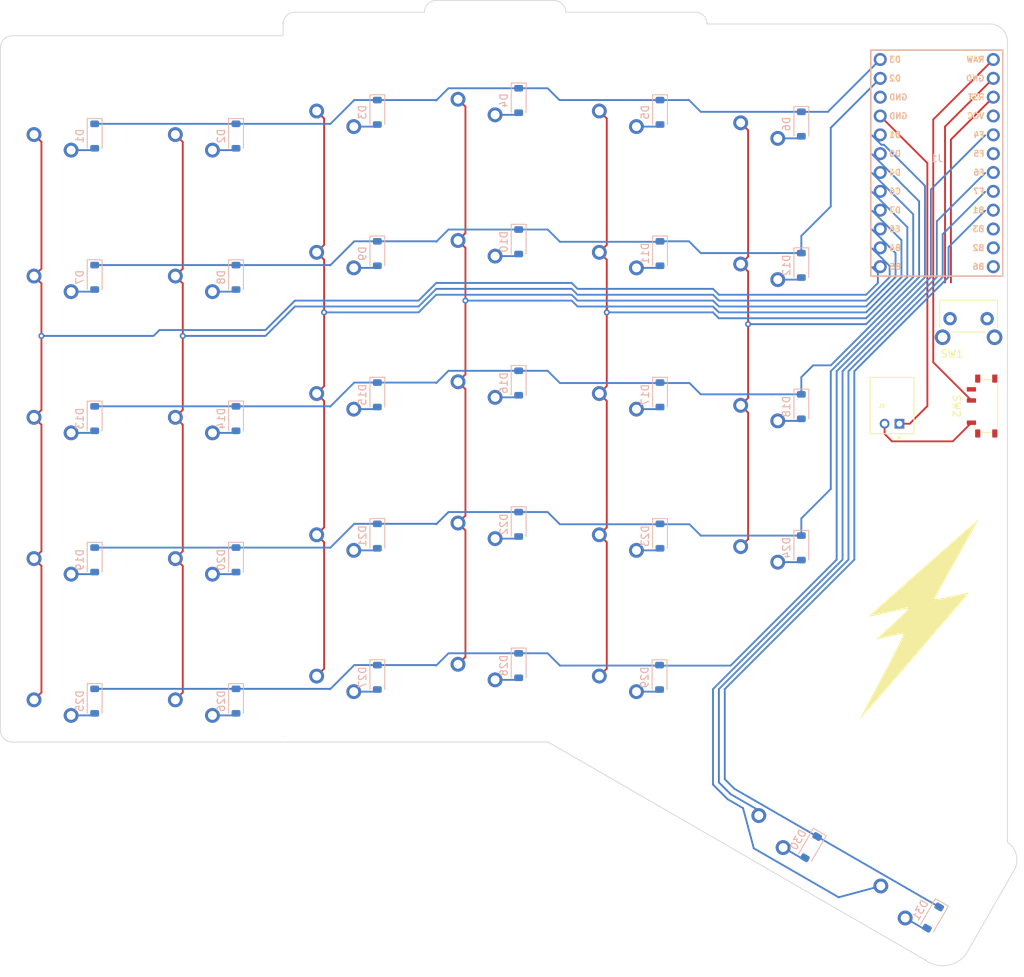
<source format=kicad_pcb>
(kicad_pcb (version 20221018) (generator pcbnew)
  (title_block (title "Leftie"))
  (layers (0 "F.Cu" signal) (31 "B.Cu" signal) (34 "B.Paste" user) (35 "F.Paste" user) (36 "B.SilkS" user "B.Silkscreen") (37 "F.SilkS" user "F.Silkscreen") (38 "B.Mask" user) (39 "F.Mask" user) (44 "Edge.Cuts" user))
  (net 0 "")
  (net 1 "Net-(D30-A)")
  (net 2 "Net-(D31-A)")
  (net 3 "Net-(D1-A)")
  (net 4 "Net-(D2-A)")
  (net 5 "Net-(D3-A)")
  (net 6 "Net-(D4-A)")
  (net 7 "Net-(D5-A)")
  (net 8 "Net-(D6-A)")
  (net 9 "Net-(D7-A)")
  (net 10 "Net-(D8-A)")
  (net 11 "Net-(D9-A)")
  (net 12 "Net-(D10-A)")
  (net 13 "Net-(D11-A)")
  (net 14 "Net-(D12-A)")
  (net 15 "Net-(D13-A)")
  (net 16 "Net-(D14-A)")
  (net 17 "Net-(D15-A)")
  (net 18 "Net-(D16-A)")
  (net 19 "Net-(D17-A)")
  (net 20 "Net-(D18-A)")
  (net 21 "Net-(D19-A)")
  (net 22 "Net-(D20-A)")
  (net 23 "Net-(D21-A)")
  (net 24 "Net-(D22-A)")
  (net 25 "Net-(D23-A)")
  (net 26 "Net-(D24-A)")
  (net 27 "Net-(D25-A)")
  (net 28 "Net-(D26-A)")
  (net 29 "Net-(D27-A)")
  (net 30 "Net-(D28-A)")
  (net 31 "Net-(D29-A)")
  (net 33 "Raw")
  (net 34 "Ground")
  (net 35 "Reset")
  (net 38 "Col0")
  (net 39 "Col1")
  (net 40 "Col2")
  (net 41 "Col3")
  (net 42 "Col4")
  (net 43 "Col5")
  (net 44 "Col6")
  (net 45 "Col7")
  (net 46 "Row0")
  (net 47 "Row1")
  (net 48 "Row2")
  (net 49 "Row3")
  (net 50 "Row4")
  (net 51 "Row5")
  (net 52 "Ground2")
  (net 56 "Net-(SW2-A)")
  (footprint "marbastlib-choc:SW_choc_v1_1u" (layer "F.Cu") (at 90.0125 74.22875)
    (fp_text reference "CH14" hide)
    (fp_text value "choc_SW_solder" hide)
  )
  (footprint "marbastlib-choc:SW_choc_v1_1u" (layer "F.Cu") (at 90.0125 93.27875)
    (fp_text reference "CH20" hide)
    (fp_text value "choc_SW_solder" hide)
  )
  (footprint "marbastlib-choc:SW_choc_v1_1u" (layer "F.Cu") (at 128.1125 107.535)
    (fp_text reference "CH28" hide)
    (fp_text value "choc_SW_solder" hide)
  )
  (footprint "marbastlib-choc:SW_choc_v1_1u" (layer "F.Cu") (at 109.0625 109.1225)
    (fp_text reference "CH27" hide)
    (fp_text value "choc_SW_solder" hide)
  )
  (footprint "marbastlib-choc:SW_choc_v1_1u" (layer "F.Cu") (at 147.1625 71.0225)
    (fp_text reference "CH17" hide)
    (fp_text value "choc_SW_solder" hide)
  )
  (footprint "marbastlib-choc:SW_choc_v1_1u" (layer "F.Cu") (at 128.1125 50.385)
    (fp_text reference "CH10" hide)
    (fp_text value "choc_SW_solder" hide)
  )
  (footprint "marbastlib-choc:SW_choc_v1_1u" (layer "F.Cu") (at 147.1625 51.9725)
    (fp_text reference "CH11" hide)
    (fp_text value "choc_SW_solder" hide)
  )
  (footprint "marbastlib-choc:SW_choc_v1_1u" (layer "F.Cu") (at 147.1625 32.9225)
    (fp_text reference "CH5" hide)
    (fp_text value "choc_SW_solder" hide)
  )
  (footprint "marbastlib-choc:SW_choc_v1_1u" (layer "F.Cu") (at 147.1625 109.1225)
    (fp_text reference "CH29" hide)
    (fp_text value "choc_SW_solder" hide)
  )
  (footprint "marbastlib-choc:SW_choc_v1_1u" (layer "F.Cu") (at 109.0625 71.0225)
    (fp_text reference "CH15" hide)
    (fp_text value "choc_SW_solder" hide)
  )
  (footprint "footprints:black-bolt" (layer "F.Cu") (at 185.2625 105.15375)
    (fp_text reference "G***" hide)
    (fp_text value "LOGO" hide)
  )
  (footprint "marbastlib-choc:SW_choc_v1_1u" (layer "F.Cu") (at 70.9625 74.22875)
    (fp_text reference "CH13" hide)
    (fp_text value "choc_SW_solder" hide)
  )
  (footprint "marbastlib-choc:SW_choc_v1_1u" (layer "F.Cu") (at 109.0625 32.9225)
    (fp_text reference "CH3" hide)
    (fp_text value "choc_SW_solder" hide)
  )
  (footprint "marbastlib-choc:SW_choc_v1_1u" (layer "F.Cu") (at 128.1125 69.435)
    (fp_text reference "CH16" hide)
    (fp_text value "choc_SW_solder" hide)
  )
  (footprint "marbastlib-choc:SW_choc_v1_1u" (layer "F.Cu") (at 109.0625 90.0725)
    (fp_text reference "CH21" hide)
    (fp_text value "choc_SW_solder" hide)
  )
  (footprint "S2B-PH-K-S_LF__SN_:JST_S2B-PH-K-S(LF)(SN)" (layer "F.Cu") (at 181.6125 78.88875 180)
    (fp_text reference "J2")
    (fp_text value "S2B-PH-K-S(LF)(SN)")
  )
  (footprint "marbastlib-choc:SW_choc_v1_1u" (layer "F.Cu") (at 90.0125 36.0975)
    (fp_text reference "CH2" hide)
    (fp_text value "choc_SW_solder" hide)
  )
  (footprint "marbastlib-choc:SW_choc_v1_1u" (layer "F.Cu") (at 70.9625 93.27875)
    (fp_text reference "CH19" hide)
    (fp_text value "choc_SW_solder" hide)
  )
  (footprint "marbastlib-choc:SW_choc_v1_1u" (layer "F.Cu") (at 70.9625 55.17875)
    (fp_text reference "CH7" hide)
    (fp_text value "choc_SW_solder" hide)
  )
  (footprint "marbastlib-choc:SW_choc_v1_1u" (layer "F.Cu") (at 128.1125 31.335)
    (fp_text reference "CH4" hide)
    (fp_text value "choc_SW_solder" hide)
  )
  (footprint "marbastlib-choc:SW_choc_v1_1u" (layer "F.Cu") (at 166.2125 91.66)
    (fp_text reference "CH24" hide)
    (fp_text value "choc_SW_solder" hide)
  )
  (footprint "marbastlib-choc:SW_choc_v1_1u" (layer "F.Cu") (at 169.883914 130.942783 -30)
    (fp_text reference "CH30" hide)
    (fp_text value "choc_SW_solder" hide)
  )
  (footprint "marbastlib-choc:SW_choc_v1_1u" (layer "F.Cu") (at 166.2125 53.56)
    (fp_text reference "CH12" hide)
    (fp_text value "choc_SW_solder" hide)
  )
  (footprint "marbastlib-choc:SW_choc_v1_1u" (layer "F.Cu") (at 166.2125 72.61)
    (fp_text reference "CH18" hide)
    (fp_text value "choc_SW_solder" hide)
  )
  (footprint "marbastlib-various:SW_SKHLLCA010" (layer "F.Cu") (at 191.93125 65.98125)
    (fp_text reference "SW1")
    (fp_text value "SW_Push")
  )
  (footprint "marbastlib-choc:SW_choc_v1_1u" (layer "F.Cu") (at 186.332984 140.439656 -30)
    (fp_text reference "CH31" hide)
    (fp_text value "choc_SW_solder" hide)
  )
  (footprint "marbastlib-choc:SW_choc_v1_1u" (layer "F.Cu") (at 70.9625 36.0975)
    (fp_text reference "CH1" hide)
    (fp_text value "choc_SW_solder" hide)
  )
  (footprint "marbastlib-choc:SW_choc_v1_1u" (layer "F.Cu") (at 128.1125 88.485)
    (fp_text reference "CH22" hide)
    (fp_text value "choc_SW_solder" hide)
  )
  (footprint "marbastlib-choc:SW_choc_v1_1u" (layer "F.Cu") (at 166.2125 34.51)
    (fp_text reference "CH6" hide)
    (fp_text value "choc_SW_solder" hide)
  )
  (footprint "marbastlib-choc:SW_choc_v1_1u" (layer "F.Cu") (at 90.0125 112.32875)
    (fp_text reference "CH26" hide)
    (fp_text value "choc_SW_solder" hide)
  )
  (footprint "marbastlib-choc:SW_choc_v1_1u" (layer "F.Cu") (at 109.0625 51.9725)
    (fp_text reference "CH9" hide)
    (fp_text value "choc_SW_solder" hide)
  )
  (footprint "marbastlib-choc:SW_choc_v1_1u" (layer "F.Cu") (at 90.0125 55.17875)
    (fp_text reference "CH8" hide)
    (fp_text value "choc_SW_solder" hide)
  )
  (footprint "marbastlib-choc:SW_choc_v1_1u" (layer "F.Cu") (at 70.9625 112.32875)
    (fp_text reference "CH25" hide)
    (fp_text value "choc_SW_solder" hide)
  )
  (footprint "marbastlib-choc:SW_choc_v1_1u" (layer "F.Cu") (at 147.1625 90.0725)
    (fp_text reference "CH23" hide)
    (fp_text value "choc_SW_solder" hide)
  )
  (footprint "marbastlib-various:SW_MSK12C02-HB" (layer "F.Cu") (at 194.3125 76.5075 -90)
    (fp_text reference "SW2")
    (fp_text value "SW_SPST")
  )
  (footprint "marbastlib-various:ProMicro" (layer "B.Cu") (at 187.64375 43.74375 180)
    (fp_text reference "J1")
    (fp_text value "Conn_02x12_Top_Bottom")
  )
  (footprint "Diode_SMD:D_SOD-123" (layer "B.Cu") (at 131.2875 54.35375 -90)
    (fp_text reference "D10")
    (fp_text value "D_Small")
  )
  (footprint "Diode_SMD:D_SOD-123" (layer "B.Cu") (at 131.2875 73.40375 -90)
    (fp_text reference "D16")
    (fp_text value "D_Small")
  )
  (footprint "Diode_SMD:D_SOD-123" (layer "B.Cu") (at 150.3375 74.99125 -90)
    (fp_text reference "D17")
    (fp_text value "D_Small")
  )
  (footprint "Diode_SMD:D_SOD-123" (layer "B.Cu") (at 169.3875 95.62875 -90)
    (fp_text reference "D24")
    (fp_text value "D_Small")
  )
  (footprint "Diode_SMD:D_SOD-123" (layer "B.Cu") (at 112.2375 36.89125 -90)
    (fp_text reference "D3")
    (fp_text value "D_Small")
  )
  (footprint "Diode_SMD:D_SOD-123" (layer "B.Cu") (at 150.3375 36.89125 -90)
    (fp_text reference "D5")
    (fp_text value "D_Small")
  )
  (footprint "Diode_SMD:D_SOD-123" (layer "B.Cu") (at 74.1375 59.1475 -90)
    (fp_text reference "D7")
    (fp_text value "D_Small")
  )
  (footprint "Diode_SMD:D_SOD-123" (layer "B.Cu") (at 93.1875 59.1475 -90)
    (fp_text reference "D8")
    (fp_text value "D_Small")
  )
  (footprint "Diode_SMD:D_SOD-123" (layer "B.Cu") (at 112.2375 113.09125 -90)
    (fp_text reference "D27")
    (fp_text value "D_Small")
  )
  (footprint "Diode_SMD:D_SOD-123" (layer "B.Cu") (at 93.1875 116.2975 -90)
    (fp_text reference "D26")
    (fp_text value "D_Small")
  )
  (footprint "Diode_SMD:D_SOD-123" (layer "B.Cu") (at 112.2375 55.94125 -90)
    (fp_text reference "D9")
    (fp_text value "D_Small")
  )
  (footprint "Diode_SMD:D_SOD-123" (layer "B.Cu") (at 131.2875 92.45375 -90)
    (fp_text reference "D22")
    (fp_text value "D_Small")
  )
  (footprint "Diode_SMD:D_SOD-123" (layer "B.Cu") (at 93.1875 78.1975 -90)
    (fp_text reference "D14")
    (fp_text value "D_Small")
  )
  (footprint "Diode_SMD:D_SOD-123" (layer "B.Cu") (at 169.3875 38.47875 -90)
    (fp_text reference "D6")
    (fp_text value "D_Small")
  )
  (footprint "Diode_SMD:D_SOD-123" (layer "B.Cu") (at 112.2375 94.04125 -90)
    (fp_text reference "D21")
    (fp_text value "D_Small")
  )
  (footprint "Diode_SMD:D_SOD-123" (layer "B.Cu") (at 131.2875 111.50375 -90)
    (fp_text reference "D28")
    (fp_text value "D_Small")
  )
  (footprint "Diode_SMD:D_SOD-123" (layer "B.Cu") (at 150.3375 94.04125 -90)
    (fp_text reference "D23")
    (fp_text value "D_Small")
  )
  (footprint "Diode_SMD:D_SOD-123" (layer "B.Cu") (at 170.697882 135.995445 -120)
    (fp_text reference "D30")
    (fp_text value "D_Small")
  )
  (footprint "Diode_SMD:D_SOD-123" (layer "B.Cu") (at 112.2375 74.99125 -90)
    (fp_text reference "D15")
    (fp_text value "D_Small")
  )
  (footprint "Diode_SMD:D_SOD-123" (layer "B.Cu") (at 150.275 113.09125 -90)
    (fp_text reference "D29")
    (fp_text value "D_Small")
  )
  (footprint "Diode_SMD:D_SOD-123" (layer "B.Cu") (at 187.146955 145.49232 -120)
    (fp_text reference "D31")
    (fp_text value "D_Small")
  )
  (footprint "Diode_SMD:D_SOD-123" (layer "B.Cu") (at 74.1375 116.2975 -90)
    (fp_text reference "D25")
    (fp_text value "D_Small")
  )
  (footprint "Diode_SMD:D_SOD-123" (layer "B.Cu") (at 93.1875 97.2475 -90)
    (fp_text reference "D20")
    (fp_text value "D_Small")
  )
  (footprint "Diode_SMD:D_SOD-123" (layer "B.Cu") (at 74.1375 40.0975 -90)
    (fp_text reference "D1")
    (fp_text value "D_Small")
  )
  (footprint "Diode_SMD:D_SOD-123" (layer "B.Cu") (at 169.3875 57.52875 -90)
    (fp_text reference "D12")
    (fp_text value "D_Small")
  )
  (footprint "Diode_SMD:D_SOD-123" (layer "B.Cu") (at 93.1875 40.0975 -90)
    (fp_text reference "D2")
    (fp_text value "D_Small")
  )
  (footprint "Diode_SMD:D_SOD-123" (layer "B.Cu") (at 150.3375 55.94125 -90)
    (fp_text reference "D11")
    (fp_text value "D_Small")
  )
  (footprint "Diode_SMD:D_SOD-123" (layer "B.Cu") (at 131.2875 35.30375 -90)
    (fp_text reference "D4")
    (fp_text value "D_Small")
  )
  (footprint "Diode_SMD:D_SOD-123" (layer "B.Cu") (at 74.1375 78.1975 -90)
    (fp_text reference "D13")
    (fp_text value "D_Small")
  )
  (footprint "Diode_SMD:D_SOD-123" (layer "B.Cu") (at 74.1375 97.2475 -90)
    (fp_text reference "D19")
    (fp_text value "D_Small")
  )
  (footprint "Diode_SMD:D_SOD-123" (layer "B.Cu") (at 169.3875 76.57875 -90)
    (fp_text reference "D18")
    (fp_text value "D_Small")
  )
  (gr_arc (start 155.1 23.3975) (mid 156.222532 23.862468) (end 156.6875 24.985) (stroke (width 0.1)) (layer "Edge.Cuts"))
  (gr_arc (start 136.05 21.81) (mid 137.172532 22.274968) (end 137.6375 23.3975) (stroke (width 0.1)) (layer "Edge.Cuts"))
  (gr_line (start 137.6375 23.3975) (end 155.1 23.3975) (stroke (width 0.1)) (layer "Edge.Cuts"))
  (gr_arc (start 118.5875 23.3975) (mid 119.052468 22.274968) (end 120.175 21.81) (stroke (width 0.1)) (layer "Edge.Cuts"))
  (gr_line (start 99.5375 121.02875) (end 99.5375 121.02875) (stroke (width 0.1)) (layer "Edge.Cuts"))
  (gr_line (start 118.5875 23.3975) (end 101.125 23.3975) (stroke (width 0.1)) (layer "Edge.Cuts"))
  (gr_line (start 61.4375 28.16) (end 61.4375 120.26625) (stroke (width 0.1)) (layer "Edge.Cuts"))
  (gr_line (start 194.7875 24.985) (end 156.6875 24.985) (stroke (width 0.1)) (layer "Edge.Cuts"))
  (gr_line (start 197.16875 27.36625) (end 197.16875 135.31625) (stroke (width 0.1)) (layer "Edge.Cuts"))
  (gr_line (start 135.25625 121.8225) (end 63.025 121.822807) (stroke (width 0.1)) (layer "Edge.Cuts"))
  (gr_arc (start 194.7875 24.985) (mid 196.471298 25.682452) (end 197.16875 27.36625) (stroke (width 0.1)) (layer "Edge.Cuts"))
  (gr_line (start 99.5375 26.5725) (end 63.025 26.5725) (stroke (width 0.1)) (layer "Edge.Cuts"))
  (gr_arc (start 197.16875 135.31625) (mid 198.38758 137.136234) (end 197.9625 139.285) (stroke (width 0.1)) (layer "Edge.Cuts"))
  (gr_line (start 99.5375 24.64125) (end 99.5375 26.5725) (stroke (width 0.1)) (layer "Edge.Cuts"))
  (gr_line (start 136.05 21.81) (end 120.175 21.81) (stroke (width 0.1)) (layer "Edge.Cuts"))
  (gr_arc (start 99.5375 24.985) (mid 100.002468 23.862468) (end 101.125 23.3975) (stroke (width 0.1)) (layer "Edge.Cuts"))
  (gr_arc (start 191.6125 150.3975) (mid 188.998766 151.945112) (end 186.05625 151.19125) (stroke (width 0.1)) (layer "Edge.Cuts"))
  (gr_arc (start 61.4375 28.16) (mid 61.902468 27.037468) (end 63.025 26.5725) (stroke (width 0.1)) (layer "Edge.Cuts"))
  (gr_arc (start 63.025 121.822807) (mid 61.913354 121.368744) (end 61.437501 120.26625) (stroke (width 0.1)) (layer "Edge.Cuts"))
  (gr_line (start 191.6125 150.3975) (end 197.9625 139.285) (stroke (width 0.1)) (layer "Edge.Cuts"))
  (gr_line (start 186.05625 151.19125) (end 135.25625 121.8225) (stroke (width 0.1)) (layer "Edge.Cuts"))
  (segment (start 166.933915 136.052332) (end 169.488687 137.527331) (width 0.25) (layer "B.Cu") (net 1))
  (segment (start 169.488687 137.527331) (end 169.872883 137.424386) (width 0.25) (layer "B.Cu") (net 1))
  (segment (start 183.382984 145.549206) (end 185.93776 147.024207) (width 0.25) (layer "B.Cu") (net 2))
  (segment (start 185.93776 147.024207) (end 186.321954 146.921262) (width 0.25) (layer "B.Cu") (net 2))
  (segment (start 70.9625 41.9975) (end 73.8875 41.9975) (width 0.25) (layer "B.Cu") (net 3))
  (segment (start 73.8875 41.9975) (end 74.1375 41.7475) (width 0.25) (layer "B.Cu") (net 3))
  (segment (start 90.0125 41.9975) (end 92.9375 41.9975) (width 0.25) (layer "B.Cu") (net 4))
  (segment (start 92.9375 41.9975) (end 93.1875 41.7475) (width 0.25) (layer "B.Cu") (net 4))
  (segment (start 109.0625 38.8225) (end 111.95625 38.8225) (width 0.25) (layer "B.Cu") (net 5))
  (segment (start 111.95625 38.8225) (end 112.2375 38.54125) (width 0.25) (layer "B.Cu") (net 5))
  (segment (start 131.00625 37.235) (end 131.2875 36.95375) (width 0.25) (layer "B.Cu") (net 6))
  (segment (start 128.1125 37.235) (end 131.00625 37.235) (width 0.25) (layer "B.Cu") (net 6))
  (segment (start 150.05625 38.8225) (end 150.3375 38.54125) (width 0.25) (layer "B.Cu") (net 7))
  (segment (start 147.1625 38.8225) (end 150.05625 38.8225) (width 0.25) (layer "B.Cu") (net 7))
  (segment (start 169.10625 40.41) (end 169.3875 40.12875) (width 0.25) (layer "B.Cu") (net 8))
  (segment (start 166.2125 40.41) (end 169.10625 40.41) (width 0.25) (layer "B.Cu") (net 8))
  (segment (start 70.9625 61.07875) (end 73.85625 61.07875) (width 0.25) (layer "B.Cu") (net 9))
  (segment (start 73.85625 61.07875) (end 74.1375 60.7975) (width 0.25) (layer "B.Cu") (net 9))
  (segment (start 92.90625 61.07875) (end 93.1875 60.7975) (width 0.25) (layer "B.Cu") (net 10))
  (segment (start 90.0125 61.07875) (end 92.90625 61.07875) (width 0.25) (layer "B.Cu") (net 10))
  (segment (start 109.0625 57.8725) (end 111.95625 57.8725) (width 0.25) (layer "B.Cu") (net 11))
  (segment (start 111.95625 57.8725) (end 112.2375 57.59125) (width 0.25) (layer "B.Cu") (net 11))
  (segment (start 131.00625 56.285) (end 131.2875 56.00375) (width 0.25) (layer "B.Cu") (net 12))
  (segment (start 128.1125 56.285) (end 131.00625 56.285) (width 0.25) (layer "B.Cu") (net 12))
  (segment (start 147.1625 57.8725) (end 150.05625 57.8725) (width 0.25) (layer "B.Cu") (net 13))
  (segment (start 150.05625 57.8725) (end 150.3375 57.59125) (width 0.25) (layer "B.Cu") (net 13))
  (segment (start 169.10625 59.46) (end 169.3875 59.17875) (width 0.25) (layer "B.Cu") (net 14))
  (segment (start 166.2125 59.46) (end 169.10625 59.46) (width 0.25) (layer "B.Cu") (net 14))
  (segment (start 73.85625 80.12875) (end 74.1375 79.8475) (width 0.25) (layer "B.Cu") (net 15))
  (segment (start 70.9625 80.12875) (end 73.85625 80.12875) (width 0.25) (layer "B.Cu") (net 15))
  (segment (start 92.90625 80.12875) (end 93.1875 79.8475) (width 0.25) (layer "B.Cu") (net 16))
  (segment (start 90.0125 80.12875) (end 92.90625 80.12875) (width 0.25) (layer "B.Cu") (net 16))
  (segment (start 109.0625 76.9225) (end 111.95625 76.9225) (width 0.25) (layer "B.Cu") (net 17))
  (segment (start 111.95625 76.9225) (end 112.2375 76.64125) (width 0.25) (layer "B.Cu") (net 17))
  (segment (start 131.00625 75.335) (end 131.2875 75.05375) (width 0.25) (layer "B.Cu") (net 18))
  (segment (start 128.1125 75.335) (end 131.00625 75.335) (width 0.25) (layer "B.Cu") (net 18))
  (segment (start 147.1625 76.9225) (end 150.05625 76.9225) (width 0.25) (layer "B.Cu") (net 19))
  (segment (start 150.05625 76.9225) (end 150.3375 76.64125) (width 0.25) (layer "B.Cu") (net 19))
  (segment (start 166.2125 78.51) (end 169.10625 78.51) (width 0.25) (layer "B.Cu") (net 20))
  (segment (start 169.10625 78.51) (end 169.3875 78.22875) (width 0.25) (layer "B.Cu") (net 20))
  (segment (start 73.85625 99.17875) (end 74.1375 98.8975) (width 0.25) (layer "B.Cu") (net 21))
  (segment (start 70.9625 99.17875) (end 73.85625 99.17875) (width 0.25) (layer "B.Cu") (net 21))
  (segment (start 92.90625 99.17875) (end 93.1875 98.8975) (width 0.25) (layer "B.Cu") (net 22))
  (segment (start 90.0125 99.17875) (end 92.90625 99.17875) (width 0.25) (layer "B.Cu") (net 22))
  (segment (start 111.95625 95.9725) (end 112.2375 95.69125) (width 0.25) (layer "B.Cu") (net 23))
  (segment (start 109.0625 95.9725) (end 111.95625 95.9725) (width 0.25) (layer "B.Cu") (net 23))
  (segment (start 131.00625 94.385) (end 131.2875 94.10375) (width 0.25) (layer "B.Cu") (net 24))
  (segment (start 128.1125 94.385) (end 131.00625 94.385) (width 0.25) (layer "B.Cu") (net 24))
  (segment (start 150.05625 95.9725) (end 150.3375 95.69125) (width 0.25) (layer "B.Cu") (net 25))
  (segment (start 147.1625 95.9725) (end 150.05625 95.9725) (width 0.25) (layer "B.Cu") (net 25))
  (segment (start 169.10625 97.56) (end 169.3875 97.27875) (width 0.25) (layer "B.Cu") (net 26))
  (segment (start 166.2125 97.56) (end 169.10625 97.56) (width 0.25) (layer "B.Cu") (net 26))
  (segment (start 73.85625 118.22875) (end 74.1375 117.9475) (width 0.25) (layer "B.Cu") (net 27))
  (segment (start 70.9625 118.22875) (end 73.85625 118.22875) (width 0.25) (layer "B.Cu") (net 27))
  (segment (start 92.90625 118.22875) (end 93.1875 117.9475) (width 0.25) (layer "B.Cu") (net 28))
  (segment (start 90.0125 118.22875) (end 92.90625 118.22875) (width 0.25) (layer "B.Cu") (net 28))
  (segment (start 111.95625 115.0225) (end 112.2375 114.74125) (width 0.25) (layer "B.Cu") (net 29))
  (segment (start 109.0625 115.0225) (end 111.95625 115.0225) (width 0.25) (layer "B.Cu") (net 29))
  (segment (start 128.1125 113.435) (end 131.00625 113.435) (width 0.25) (layer "B.Cu") (net 30))
  (segment (start 131.00625 113.435) (end 131.2875 113.15375) (width 0.25) (layer "B.Cu") (net 30))
  (segment (start 147.1625 115.0225) (end 149.99375 115.0225) (width 0.25) (layer "B.Cu") (net 31))
  (segment (start 149.99375 115.0225) (end 150.275 114.74125) (width 0.25) (layer "B.Cu") (net 31))
  (segment (start 187.16875 70.61375) (end 192.3125 75.7575) (width 0.25) (layer "F.Cu") (net 33))
  (segment (start 195.26375 29.77375) (end 187.16875 37.86875) (width 0.25) (layer "F.Cu") (net 33))
  (segment (start 187.16875 37.86875) (end 187.16875 70.61375) (width 0.25) (layer "F.Cu") (net 33))
  (segment (start 186.375 76.5075) (end 186.375 43.745) (width 0.25) (layer "F.Cu") (net 34))
  (segment (start 182.6125 78.88875) (end 183.99375 78.88875) (width 0.25) (layer "F.Cu") (net 34))
  (segment (start 186.375 43.745) (end 180.02375 37.39375) (width 0.25) (layer "F.Cu") (net 34))
  (segment (start 183.99375 78.88875) (end 186.375 76.5075) (width 0.25) (layer "F.Cu") (net 34))
  (segment (start 189.55 40.5675) (end 189.55 41.5825) (width 0.25) (layer "F.Cu") (net 35))
  (segment (start 195.26375 34.85375) (end 189.55 40.5675) (width 0.25) (layer "F.Cu") (net 35))
  (segment (start 189.55 41.5825) (end 189.55 59.83875) (width 0.25) (layer "F.Cu") (net 35))
  (segment (start 65.9625 78.02875) (end 66.9625 79.02875) (width 0.25) (layer "F.Cu") (net 38))
  (segment (start 66.9625 67.05375) (end 66.9625 77.02875) (width 0.25) (layer "F.Cu") (net 38))
  (segment (start 66.9625 79.02875) (end 66.9625 96.07875) (width 0.25) (layer "F.Cu") (net 38))
  (segment (start 66.9625 98.07875) (end 66.9625 115.12875) (width 0.25) (layer "F.Cu") (net 38))
  (segment (start 65.9625 97.07875) (end 66.9625 98.07875) (width 0.25) (layer "F.Cu") (net 38))
  (segment (start 65.9625 58.97875) (end 66.9625 59.97875) (width 0.25) (layer "F.Cu") (net 38))
  (segment (start 66.9625 40.8975) (end 66.9625 57.97875) (width 0.25) (layer "F.Cu") (net 38))
  (segment (start 66.9625 115.12875) (end 65.9625 116.12875) (width 0.25) (layer "F.Cu") (net 38))
  (segment (start 65.9625 39.8975) (end 66.9625 40.8975) (width 0.25) (layer "F.Cu") (net 38))
  (segment (start 66.9625 96.07875) (end 65.9625 97.07875) (width 0.25) (layer "F.Cu") (net 38))
  (segment (start 66.9625 59.97875) (end 66.9625 67.05375) (width 0.25) (layer "F.Cu") (net 38))
  (segment (start 66.9625 57.97875) (end 65.9625 58.97875) (width 0.25) (layer "F.Cu") (net 38))
  (segment (start 66.9625 77.02875) (end 65.9625 78.02875) (width 0.25) (layer "F.Cu") (net 38))
  (via (at 66.9625 67.05375) (size 0.8) (drill 0.4) (layers "F.Cu" "B.Cu") (net 38))
  (segment (start 120.175 59.91) (end 117.79375 62.29125) (width 0.25) (layer "B.Cu") (net 38))
  (segment (start 101.125 62.29125) (end 97.15625 66.26) (width 0.25) (layer "B.Cu") (net 38))
  (segment (start 179.70625 59.91) (end 178.11875 61.4975) (width 0.25) (layer "B.Cu") (net 38))
  (segment (start 157.48125 60.70375) (end 139.225 60.70375) (width 0.25) (layer "B.Cu") (net 38))
  (segment (start 178.91125 57.785) (end 179.70625 58.58) (width 0.25) (layer "B.Cu") (net 38))
  (segment (start 139.225 60.70375) (end 138.43125 59.91) (width 0.25) (layer "B.Cu") (net 38))
  (segment (start 179.70625 58.58) (end 179.70625 59.91) (width 0.25) (layer "B.Cu") (net 38))
  (segment (start 178.11875 61.4975) (end 158.275 61.4975) (width 0.25) (layer "B.Cu") (net 38))
  (segment (start 138.43125 59.91) (end 120.175 59.91) (width 0.25) (layer "B.Cu") (net 38))
  (segment (start 97.15625 66.26) (end 82.86875 66.26) (width 0.25) (layer "B.Cu") (net 38))
  (segment (start 158.275 61.4975) (end 157.48125 60.70375) (width 0.25) (layer "B.Cu") (net 38))
  (segment (start 178.91125 57.785) (end 179.16875 57.785) (width 0.25) (layer "B.Cu") (net 38))
  (segment (start 117.79375 62.29125) (end 101.125 62.29125) (width 0.25) (layer "B.Cu") (net 38))
  (segment (start 82.075 67.05375) (end 66.9625 67.05375) (width 0.25) (layer "B.Cu") (net 38))
  (segment (start 82.86875 66.26) (end 82.075 67.05375) (width 0.25) (layer "B.Cu") (net 38))
  (segment (start 86.0125 40.8975) (end 86.0125 57.97875) (width 0.25) (layer "F.Cu") (net 39))
  (segment (start 85.0125 78.02875) (end 86.0125 79.02875) (width 0.25) (layer "F.Cu") (net 39))
  (segment (start 86.0125 57.97875) (end 85.0125 58.97875) (width 0.25) (layer "F.Cu") (net 39))
  (segment (start 86.0125 59.97875) (end 85.0125 58.97875) (width 0.25) (layer "F.Cu") (net 39))
  (segment (start 86.0125 96.07875) (end 85.0125 97.07875) (width 0.25) (layer "F.Cu") (net 39))
  (segment (start 86.0125 115.12875) (end 85.0125 116.12875) (width 0.25) (layer "F.Cu") (net 39))
  (segment (start 86.0125 77.02875) (end 86.0125 67.05375) (width 0.25) (layer "F.Cu") (net 39))
  (segment (start 86.0125 79.02875) (end 86.0125 96.07875) (width 0.25) (layer "F.Cu") (net 39))
  (segment (start 86.0125 67.05375) (end 86.0125 59.97875) (width 0.25) (layer "F.Cu") (net 39))
  (segment (start 85.0125 39.8975) (end 86.0125 40.8975) (width 0.25) (layer "F.Cu") (net 39))
  (segment (start 86.0125 98.07875) (end 86.0125 115.12875) (width 0.25) (layer "F.Cu") (net 39))
  (segment (start 85.0125 97.07875) (end 86.0125 98.07875) (width 0.25) (layer "F.Cu") (net 39))
  (segment (start 85.0125 78.02875) (end 86.0125 77.02875) (width 0.25) (layer "F.Cu") (net 39))
  (via (at 86.0125 67.05375) (size 0.8) (drill 0.4) (layers "F.Cu" "B.Cu") (net 39))
  (segment (start 178.91125 55.245) (end 181.29375 57.6275) (width 0.25) (layer "B.Cu") (net 39))
  (segment (start 139.225 61.4975) (end 138.43125 60.70375) (width 0.25) (layer "B.Cu") (net 39))
  (segment (start 181.29375 59.11625) (end 178.11875 62.29125) (width 0.25) (layer "B.Cu") (net 39))
  (segment (start 157.48125 61.4975) (end 139.225 61.4975) (width 0.25) (layer "B.Cu") (net 39))
  (segment (start 120.175 60.70375) (end 117.79375 63.085) (width 0.25) (layer "B.Cu") (net 39))
  (segment (start 97.15625 67.05375) (end 86.0125 67.05375) (width 0.25) (layer "B.Cu") (net 39))
  (segment (start 181.29375 57.6275) (end 181.29375 59.11625) (width 0.25) (layer "B.Cu") (net 39))
  (segment (start 158.275 62.29125) (end 157.48125 61.4975) (width 0.25) (layer "B.Cu") (net 39))
  (segment (start 117.79375 63.085) (end 101.125 63.085) (width 0.25) (layer "B.Cu") (net 39))
  (segment (start 178.11875 62.29125) (end 158.275 62.29125) (width 0.25) (layer "B.Cu") (net 39))
  (segment (start 101.125 63.085) (end 97.15625 67.05375) (width 0.25) (layer "B.Cu") (net 39))
  (segment (start 138.43125 60.70375) (end 120.175 60.70375) (width 0.25) (layer "B.Cu") (net 39))
  (segment (start 105.0625 111.9225) (end 104.0625 112.9225) (width 0.25) (layer "F.Cu") (net 40))
  (segment (start 105.0625 94.8725) (end 105.0625 111.9225) (width 0.25) (layer "F.Cu") (net 40))
  (segment (start 104.0625 74.8225) (end 105.0625 73.8225) (width 0.25) (layer "F.Cu") (net 40))
  (segment (start 104.0625 36.7225) (end 105.0625 37.7225) (width 0.25) (layer "F.Cu") (net 40))
  (segment (start 105.0625 63.87875) (end 105.0625 56.7725) (width 0.25) (layer "F.Cu") (net 40))
  (segment (start 105.0625 73.8225) (end 105.0625 63.87875) (width 0.25) (layer "F.Cu") (net 40))
  (segment (start 105.0625 37.7225) (end 105.0625 54.7725) (width 0.25) (layer "F.Cu") (net 40))
  (segment (start 105.0625 92.8725) (end 104.0625 93.8725) (width 0.25) (layer "F.Cu") (net 40))
  (segment (start 105.0625 56.7725) (end 104.0625 55.7725) (width 0.25) (layer "F.Cu") (net 40))
  (segment (start 105.0625 75.8225) (end 105.0625 92.8725) (width 0.25) (layer "F.Cu") (net 40))
  (segment (start 104.0625 93.8725) (end 105.0625 94.8725) (width 0.25) (layer "F.Cu") (net 40))
  (segment (start 104.0625 74.8225) (end 105.0625 75.8225) (width 0.25) (layer "F.Cu") (net 40))
  (segment (start 105.0625 54.7725) (end 104.0625 55.7725) (width 0.25) (layer "F.Cu") (net 40))
  (via (at 105.0625 63.87875) (size 0.8) (drill 0.4) (layers "F.Cu" "B.Cu") (net 40))
  (segment (start 182.0875 59.11625) (end 178.11875 63.085) (width 0.25) (layer "B.Cu") (net 40))
  (segment (start 178.11875 63.085) (end 158.275 63.085) (width 0.25) (layer "B.Cu") (net 40))
  (segment (start 138.43125 61.4975) (end 120.175 61.4975) (width 0.25) (layer "B.Cu") (net 40))
  (segment (start 182.0875 55.88125) (end 182.0875 59.11625) (width 0.25) (layer "B.Cu") (net 40))
  (segment (start 158.275 63.085) (end 157.48125 62.29125) (width 0.25) (layer "B.Cu") (net 40))
  (segment (start 120.175 61.4975) (end 117.79375 63.87875) (width 0.25) (layer "B.Cu") (net 40))
  (segment (start 178.91125 52.705) (end 182.0875 55.88125) (width 0.25) (layer "B.Cu") (net 40))
  (segment (start 117.79375 63.87875) (end 105.0625 63.87875) (width 0.25) (layer "B.Cu") (net 40))
  (segment (start 139.225 62.29125) (end 138.43125 61.4975) (width 0.25) (layer "B.Cu") (net 40))
  (segment (start 157.48125 62.29125) (end 139.225 62.29125) (width 0.25) (layer "B.Cu") (net 40))
  (segment (start 123.1125 92.285) (end 124.1125 91.285) (width 0.25) (layer "F.Cu") (net 41))
  (segment (start 123.1125 111.335) (end 124.1125 110.335) (width 0.25) (layer "F.Cu") (net 41))
  (segment (start 124.1125 93.285) (end 123.1125 92.285) (width 0.25) (layer "F.Cu") (net 41))
  (segment (start 124.1125 110.335) (end 124.1125 93.285) (width 0.25) (layer "F.Cu") (net 41))
  (segment (start 124.1125 72.235) (end 124.1125 62.29125) (width 0.25) (layer "F.Cu") (net 41))
  (segment (start 124.1125 53.185) (end 124.1125 36.135) (width 0.25) (layer "F.Cu") (net 41))
  (segment (start 123.1125 73.235) (end 124.1125 72.235) (width 0.25) (layer "F.Cu") (net 41))
  (segment (start 123.1125 54.185) (end 124.1125 53.185) (width 0.25) (layer "F.Cu") (net 41))
  (segment (start 124.1125 62.29125) (end 124.1125 55.185) (width 0.25) (layer "F.Cu") (net 41))
  (segment (start 124.1125 55.185) (end 123.1125 54.185) (width 0.25) (layer "F.Cu") (net 41))
  (segment (start 124.1125 91.285) (end 124.1125 74.235) (width 0.25) (layer "F.Cu") (net 41))
  (segment (start 124.1125 74.235) (end 123.1125 73.235) (width 0.25) (layer "F.Cu") (net 41))
  (segment (start 124.1125 36.135) (end 123.1125 35.135) (width 0.25) (layer "F.Cu") (net 41))
  (via (at 124.1125 62.29125) (size 0.8) (drill 0.4) (layers "F.Cu" "B.Cu") (net 41))
  (segment (start 158.275 63.87875) (end 157.48125 63.085) (width 0.25) (layer "B.Cu") (net 41))
  (segment (start 182.88125 54.135) (end 182.88125 59.11625) (width 0.25) (layer "B.Cu") (net 41))
  (segment (start 138.43125 62.29125) (end 124.1125 62.29125) (width 0.25) (layer "B.Cu") (net 41))
  (segment (start 139.225 63.085) (end 138.43125 62.29125) (width 0.25) (layer "B.Cu") (net 41))
  (segment (start 178.91125 50.165) (end 182.88125 54.135) (width 0.25) (layer "B.Cu") (net 41))
  (segment (start 182.88125 59.11625) (end 178.11875 63.87875) (width 0.25) (layer "B.Cu") (net 41))
  (segment (start 157.48125 63.085) (end 139.225 63.085) (width 0.25) (layer "B.Cu") (net 41))
  (segment (start 178.11875 63.87875) (end 158.275 63.87875) (width 0.25) (layer "B.Cu") (net 41))
  (segment (start 142.1625 74.8225) (end 143.1625 75.8225) (width 0.25) (layer "F.Cu") (net 42))
  (segment (start 143.1625 37.7225) (end 143.1625 54.7725) (width 0.25) (layer "F.Cu") (net 42))
  (segment (start 143.1625 94.8725) (end 142.1625 93.8725) (width 0.25) (layer "F.Cu") (net 42))
  (segment (start 143.1625 63.87875) (end 143.1625 56.7725) (width 0.25) (layer "F.Cu") (net 42))
  (segment (start 142.1625 112.9225) (end 143.1625 111.9225) (width 0.25) (layer "F.Cu") (net 42))
  (segment (start 143.1625 56.7725) (end 142.1625 55.7725) (width 0.25) (layer "F.Cu") (net 42))
  (segment (start 143.1625 63.46) (end 143.1625 63.8075) (width 0.25) (layer "F.Cu") (net 42))
  (segment (start 142.1625 36.7225) (end 143.1625 37.7225) (width 0.25) (layer "F.Cu") (net 42))
  (segment (start 143.1625 63.3975) (end 143.19375 63.42875) (width 0.25) (layer "F.Cu") (net 42))
  (segment (start 143.1625 75.8225) (end 143.1625 92.8725) (width 0.25) (layer "F.Cu") (net 42))
  (segment (start 142.1625 74.8225) (end 143.1625 73.8225) (width 0.25) (layer "F.Cu") (net 42))
  (segment (start 143.19375 63.42875) (end 143.1625 63.46) (width 0.25) (layer "F.Cu") (net 42))
  (segment (start 143.1625 92.8725) (end 142.1625 93.8725) (width 0.25) (layer "F.Cu") (net 42))
  (segment (start 143.1625 54.7725) (end 142.1625 55.7725) (width 0.25) (layer "F.Cu") (net 42))
  (segment (start 143.1625 111.9225) (end 143.1625 94.8725) (width 0.25) (layer "F.Cu") (net 42))
  (segment (start 143.1625 73.8225) (end 143.1625 63.87875) (width 0.25) (layer "F.Cu") (net 42))
  (via (at 143.1625 63.87875) (size 0.8) (drill 0.4) (layers "F.Cu" "B.Cu") (net 42))
  (segment (start 183.675 59.11625) (end 178.11875 64.6725) (width 0.25) (layer "B.Cu") (net 42))
  (segment (start 178.91125 47.625) (end 183.675 52.38875) (width 0.25) (layer "B.Cu") (net 42))
  (segment (start 157.48125 63.87875) (end 143.1625 63.87875) (width 0.25) (layer "B.Cu") (net 42))
  (segment (start 158.275 64.6725) (end 157.48125 63.87875) (width 0.25) (layer "B.Cu") (net 42))
  (segment (start 183.675 52.38875) (end 183.675 59.11625) (width 0.25) (layer "B.Cu") (net 42))
  (segment (start 178.11875 64.6725) (end 158.275 64.6725) (width 0.25) (layer "B.Cu") (net 42))
  (segment (start 162.2125 77.41) (end 162.2125 94.46) (width 0.25) (layer "F.Cu") (net 43))
  (segment (start 162.2125 65.46625) (end 162.2125 58.36) (width 0.25) (layer "F.Cu") (net 43))
  (segment (start 161.2125 76.41) (end 162.2125 77.41) (width 0.25) (layer "F.Cu") (net 43))
  (segment (start 162.2125 58.36) (end 161.2125 57.36) (width 0.25) (layer "F.Cu") (net 43))
  (segment (start 162.2125 39.31) (end 162.2125 56.36) (width 0.25) (layer "F.Cu") (net 43))
  (segment (start 162.2125 94.46) (end 161.2125 95.46) (width 0.25) (layer "F.Cu") (net 43))
  (segment (start 162.2125 56.36) (end 161.2125 57.36) (width 0.25) (layer "F.Cu") (net 43))
  (segment (start 161.2125 76.41) (end 162.2125 75.41) (width 0.25) (layer "F.Cu") (net 43))
  (segment (start 161.2125 38.31) (end 162.2125 39.31) (width 0.25) (layer "F.Cu") (net 43))
  (segment (start 162.2125 75.41) (end 162.2125 65.46625) (width 0.25) (layer "F.Cu") (net 43))
  (via (at 162.2125 65.46625) (size 0.8) (drill 0.4) (layers "F.Cu" "B.Cu") (net 43))
  (segment (start 178.91125 45.085) (end 184.46875 50.6425) (width 0.25) (layer "B.Cu") (net 43))
  (segment (start 184.46875 59.11625) (end 178.11875 65.46625) (width 0.25) (layer "B.Cu") (net 43))
  (segment (start 184.46875 50.6425) (end 184.46875 59.11625) (width 0.25) (layer "B.Cu") (net 43))
  (segment (start 178.11875 65.46625) (end 162.2125 65.46625) (width 0.25) (layer "B.Cu") (net 43))
  (segment (start 158.275 127.264772) (end 159.8625 128.852272) (width 0.25) (layer "B.Cu") (net 44))
  (segment (start 158.275 114.67875) (end 158.275 127.264772) (width 0.25) (layer "B.Cu") (net 44))
  (segment (start 194.15125 47.625) (end 188.4375 53.33875) (width 0.25) (layer "B.Cu") (net 44))
  (segment (start 175.7375 97.21625) (end 158.275 114.67875) (width 0.25) (layer "B.Cu") (net 44))
  (segment (start 159.8625 128.852272) (end 163.434272 130.914436) (width 0.25) (layer "B.Cu") (net 44))
  (segment (start 163.434272 130.914436) (end 163.653788 131.73368) (width 0.25) (layer "B.Cu") (net 44))
  (segment (start 188.4375 59.11625) (end 175.7375 71.81625) (width 0.25) (layer "B.Cu") (net 44))
  (segment (start 175.7375 71.81625) (end 175.7375 97.21625) (width 0.25) (layer "B.Cu") (net 44))
  (segment (start 188.4375 53.33875) (end 188.4375 59.11625) (width 0.25) (layer "B.Cu") (net 44))
  (segment (start 174.94375 71.81625) (end 174.94375 97.21625) (width 0.25) (layer "B.Cu") (net 45))
  (segment (start 161.527848 130.730305) (end 162.980511 136.151718) (width 0.25) (layer "B.Cu") (net 45))
  (segment (start 187.64375 51.5925) (end 187.64375 59.11625) (width 0.25) (layer "B.Cu") (net 45))
  (segment (start 174.94375 97.21625) (end 157.48125 114.67875) (width 0.25) (layer "B.Cu") (net 45))
  (segment (start 159.465625 129.539679) (end 161.527848 130.730305) (width 0.25) (layer "B.Cu") (net 45))
  (segment (start 174.416404 142.754234) (end 180.102857 141.230553) (width 0.25) (layer "B.Cu") (net 45))
  (segment (start 194.15125 45.085) (end 187.64375 51.5925) (width 0.25) (layer "B.Cu") (net 45))
  (segment (start 157.48125 114.67875) (end 157.48125 127.555304) (width 0.25) (layer "B.Cu") (net 45))
  (segment (start 162.980511 136.151718) (end 174.416404 142.754234) (width 0.25) (layer "B.Cu") (net 45))
  (segment (start 187.64375 59.11625) (end 174.94375 71.81625) (width 0.25) (layer "B.Cu") (net 45))
  (segment (start 157.48125 127.555304) (end 159.465625 129.539679) (width 0.25) (layer "B.Cu") (net 45))
  (segment (start 131.2875 33.65375) (end 135.19375 33.65375) (width 0.25) (layer "B.Cu") (net 46))
  (segment (start 135.19375 33.65375) (end 136.78125 35.24125) (width 0.25) (layer "B.Cu") (net 46))
  (segment (start 105.85625 38.4475) (end 105.8875 38.47875) (width 0.25) (layer "B.Cu") (net 46))
  (segment (start 93.1875 38.4475) (end 105.85625 38.4475) (width 0.25) (layer "B.Cu") (net 46))
  (segment (start 120.175 35.30375) (end 121.825 33.65375) (width 0.25) (layer "B.Cu") (net 46))
  (segment (start 112.2375 35.24125) (end 120.1125 35.24125) (width 0.25) (layer "B.Cu") (net 46))
  (segment (start 74.1375 38.4475) (end 93.1875 38.4475) (width 0.25) (layer "B.Cu") (net 46))
  (segment (start 105.8875 38.47875) (end 109.125 35.24125) (width 0.25) (layer "B.Cu") (net 46))
  (segment (start 169.3875 36.82875) (end 172.96875 36.82875) (width 0.25) (layer "B.Cu") (net 46))
  (segment (start 150.3375 35.24125) (end 154.24375 35.24125) (width 0.25) (layer "B.Cu") (net 46))
  (segment (start 155.83125 36.82875) (end 169.3875 36.82875) (width 0.25) (layer "B.Cu") (net 46))
  (segment (start 121.825 33.65375) (end 131.2875 33.65375) (width 0.25) (layer "B.Cu") (net 46))
  (segment (start 109.125 35.24125) (end 112.2375 35.24125) (width 0.25) (layer "B.Cu") (net 46))
  (segment (start 136.78125 35.24125) (end 150.3375 35.24125) (width 0.25) (layer "B.Cu") (net 46))
  (segment (start 154.24375 35.24125) (end 155.83125 36.82875) (width 0.25) (layer "B.Cu") (net 46))
  (segment (start 120.1125 35.24125) (end 120.175 35.30375) (width 0.25) (layer "B.Cu") (net 46))
  (segment (start 172.96875 36.82875) (end 180.02375 29.77375) (width 0.25) (layer "B.Cu") (net 46))
  (segment (start 121.825 52.70375) (end 131.2875 52.70375) (width 0.25) (layer "B.Cu") (net 47))
  (segment (start 155.83125 55.87875) (end 169.3875 55.87875) (width 0.25) (layer "B.Cu") (net 47))
  (segment (start 150.275 54.35375) (end 150.3375 54.29125) (width 0.25) (layer "B.Cu") (net 47))
  (segment (start 154.24375 54.29125) (end 155.83125 55.87875) (width 0.25) (layer "B.Cu") (net 47))
  (segment (start 173.35625 49.59125) (end 169.3875 53.56) (width 0.25) (layer "B.Cu") (net 47))
  (segment (start 112.2375 54.29125) (end 120.1125 54.29125) (width 0.25) (layer "B.Cu") (net 47))
  (segment (start 105.8875 57.52875) (end 109.125 54.29125) (width 0.25) (layer "B.Cu") (net 47))
  (segment (start 169.3875 53.56) (end 169.3875 55.87875) (width 0.25) (layer "B.Cu") (net 47))
  (segment (start 93.1875 57.4975) (end 105.85625 57.4975) (width 0.25) (layer "B.Cu") (net 47))
  (segment (start 150.3375 54.29125) (end 154.24375 54.29125) (width 0.25) (layer "B.Cu") (net 47))
  (segment (start 136.84375 54.35375) (end 150.275 54.35375) (width 0.25) (layer "B.Cu") (net 47))
  (segment (start 180.02375 32.31375) (end 173.35625 38.98125) (width 0.25) (layer "B.Cu") (net 47))
  (segment (start 135.19375 52.70375) (end 136.84375 54.35375) (width 0.25) (layer "B.Cu") (net 47))
  (segment (start 120.175 54.35375) (end 121.825 52.70375) (width 0.25) (layer "B.Cu") (net 47))
  (segment (start 74.1375 57.4975) (end 93.1875 57.4975) (width 0.25) (layer "B.Cu") (net 47))
  (segment (start 120.1125 54.29125) (end 120.175 54.35375) (width 0.25) (layer "B.Cu") (net 47))
  (segment (start 131.2875 52.70375) (end 135.19375 52.70375) (width 0.25) (layer "B.Cu") (net 47))
  (segment (start 173.35625 38.98125) (end 173.35625 49.59125) (width 0.25) (layer "B.Cu") (net 47))
  (segment (start 109.125 54.29125) (end 112.2375 54.29125) (width 0.25) (layer "B.Cu") (net 47))
  (segment (start 105.85625 57.4975) (end 105.8875 57.52875) (width 0.25) (layer "B.Cu") (net 47))
  (segment (start 131.2875 71.75375) (end 135.19375 71.75375) (width 0.25) (layer "B.Cu") (net 48))
  (segment (start 178.91125 42.545) (end 185.2625 48.89625) (width 0.25) (layer "B.Cu") (net 48))
  (segment (start 120.175 73.40375) (end 121.825 71.75375) (width 0.25) (layer "B.Cu") (net 48))
  (segment (start 150.4 73.40375) (end 154.30625 73.40375) (width 0.25) (layer "B.Cu") (net 48))
  (segment (start 93.1875 76.5475) (end 105.85625 76.5475) (width 0.25) (layer "B.Cu") (net 48))
  (segment (start 150.275 73.40375) (end 150.3375 73.34125) (width 0.25) (layer "B.Cu") (net 48))
  (segment (start 154.30625 73.40375) (end 155.83125 74.92875) (width 0.25) (layer "B.Cu") (net 48))
  (segment (start 120.1125 73.34125) (end 120.175 73.40375) (width 0.25) (layer "B.Cu") (net 48))
  (segment (start 74.1375 76.5475) (end 93.1875 76.5475) (width 0.25) (layer "B.Cu") (net 48))
  (segment (start 170.975 71.0225) (end 169.3875 72.61) (width 0.25) (layer "B.Cu") (net 48))
  (segment (start 121.825 71.75375) (end 131.2875 71.75375) (width 0.25) (layer "B.Cu") (net 48))
  (segment (start 185.2625 48.89625) (end 185.2625 59.11625) (width 0.25) (layer "B.Cu") (net 48))
  (segment (start 150.3375 73.34125) (end 150.4 73.40375) (width 0.25) (layer "B.Cu") (net 48))
  (segment (start 109.125 73.34125) (end 112.2375 73.34125) (width 0.25) (layer "B.Cu") (net 48))
  (segment (start 169.3875 72.61) (end 169.3875 74.92875) (width 0.25) (layer "B.Cu") (net 48))
  (segment (start 105.8875 76.57875) (end 109.125 73.34125) (width 0.25) (layer "B.Cu") (net 48))
  (segment (start 105.85625 76.5475) (end 105.8875 76.57875) (width 0.25) (layer "B.Cu") (net 48))
  (segment (start 185.2625 59.11625) (end 173.35625 71.0225) (width 0.25) (layer "B.Cu") (net 48))
  (segment (start 173.35625 71.0225) (end 170.975 71.0225) (width 0.25) (layer "B.Cu") (net 48))
  (segment (start 135.19375 71.75375) (end 136.84375 73.40375) (width 0.25) (layer "B.Cu") (net 48))
  (segment (start 112.2375 73.34125) (end 120.1125 73.34125) (width 0.25) (layer "B.Cu") (net 48))
  (segment (start 155.83125 74.92875) (end 169.3875 74.92875) (width 0.25) (layer "B.Cu") (net 48))
  (segment (start 136.84375 73.40375) (end 150.275 73.40375) (width 0.25) (layer "B.Cu") (net 48))
  (segment (start 93.1875 95.5975) (end 105.85625 95.5975) (width 0.25) (layer "B.Cu") (net 49))
  (segment (start 136.84375 92.45375) (end 150.275 92.45375) (width 0.25) (layer "B.Cu") (net 49))
  (segment (start 186.05625 46.807355) (end 186.05625 59.11625) (width 0.25) (layer "B.Cu") (net 49))
  (segment (start 150.3375 92.39125) (end 150.4 92.45375) (width 0.25) (layer "B.Cu") (net 49))
  (segment (start 180.1787 41.27245) (end 180.521345 41.27245) (width 0.25) (layer "B.Cu") (net 49))
  (segment (start 131.2875 90.80375) (end 135.19375 90.80375) (width 0.25) (layer "B.Cu") (net 49))
  (segment (start 186.05625 59.11625) (end 173.35625 71.81625) (width 0.25) (layer "B.Cu") (net 49))
  (segment (start 105.85625 95.5975) (end 105.8875 95.62875) (width 0.25) (layer "B.Cu") (net 49))
  (segment (start 121.825 90.80375) (end 131.2875 90.80375) (width 0.25) (layer "B.Cu") (net 49))
  (segment (start 74.1375 95.5975) (end 93.1875 95.5975) (width 0.25) (layer "B.Cu") (net 49))
  (segment (start 112.2375 92.39125) (end 120.1125 92.39125) (width 0.25) (layer "B.Cu") (net 49))
  (segment (start 105.8875 95.62875) (end 109.125 92.39125) (width 0.25) (layer "B.Cu") (net 49))
  (segment (start 154.30625 92.45375) (end 155.83125 93.97875) (width 0.25) (layer "B.Cu") (net 49))
  (segment (start 180.521345 41.27245) (end 186.05625 46.807355) (width 0.25) (layer "B.Cu") (net 49))
  (segment (start 169.3875 93.97875) (end 169.3875 91.66) (width 0.25) (layer "B.Cu") (net 49))
  (segment (start 135.19375 90.80375) (end 136.84375 92.45375) (width 0.25) (layer "B.Cu") (net 49))
  (segment (start 169.3875 91.66) (end 173.35625 87.69125) (width 0.25) (layer "B.Cu") (net 49))
  (segment (start 120.175 92.45375) (end 121.825 90.80375) (width 0.25) (layer "B.Cu") (net 49))
  (segment (start 150.4 92.45375) (end 154.30625 92.45375) (width 0.25) (layer "B.Cu") (net 49))
  (segment (start 109.125 92.39125) (end 112.2375 92.39125) (width 0.25) (layer "B.Cu") (net 49))
  (segment (start 150.275 92.45375) (end 150.3375 92.39125) (width 0.25) (layer "B.Cu") (net 49))
  (segment (start 120.1125 92.39125) (end 120.175 92.45375) (width 0.25) (layer "B.Cu") (net 49))
  (segment (start 178.91125 40.005) (end 180.1787 41.27245) (width 0.25) (layer "B.Cu") (net 49))
  (segment (start 173.35625 87.69125) (end 173.35625 71.81625) (width 0.25) (layer "B.Cu") (net 49))
  (segment (start 155.83125 93.97875) (end 169.3875 93.97875) (width 0.25) (layer "B.Cu") (net 49))
  (segment (start 150.2125 111.50375) (end 150.275 111.44125) (width 0.25) (layer "B.Cu") (net 50))
  (segment (start 174.15 71.81625) (end 174.15 97.21625) (width 0.25) (layer "B.Cu") (net 50))
  (segment (start 131.2875 109.85375) (end 135.19375 109.85375) (width 0.25) (layer "B.Cu") (net 50))
  (segment (start 150.34625 111.5125) (end 159.85375 111.5125) (width 0.25) (layer "B.Cu") (net 50))
  (segment (start 121.825 109.85375) (end 131.2875 109.85375) (width 0.25) (layer "B.Cu") (net 50))
  (segment (start 112.2375 111.44125) (end 120.1125 111.44125) (width 0.25) (layer "B.Cu") (net 50))
  (segment (start 174.15 97.21625) (end 159.85375 111.5125) (width 0.25) (layer "B.Cu") (net 50))
  (segment (start 105.85625 114.6475) (end 105.8875 114.67875) (width 0.25) (layer "B.Cu") (net 50))
  (segment (start 109.125 111.44125) (end 112.2375 111.44125) (width 0.25) (layer "B.Cu") (net 50))
  (segment (start 120.175 111.50375) (end 121.825 109.85375) (width 0.25) (layer "B.Cu") (net 50))
  (segment (start 136.84375 111.50375) (end 150.2125 111.50375) (width 0.25) (layer "B.Cu") (net 50))
  (segment (start 93.1875 114.6475) (end 105.85625 114.6475) (width 0.25) (layer "B.Cu") (net 50))
  (segment (start 150.275 111.44125) (end 150.34625 111.5125) (width 0.25) (layer "B.Cu") (net 50))
  (segment (start 186.85 59.11625) (end 174.15 71.81625) (width 0.25) (layer "B.Cu") (net 50))
  (segment (start 120.1125 111.44125) (end 120.175 111.50375) (width 0.25) (layer "B.Cu") (net 50))
  (segment (start 74.1375 114.6475) (end 93.1875 114.6475) (width 0.25) (layer "B.Cu") (net 50))
  (segment (start 194.15125 40.005) (end 186.85 47.30625) (width 0.25) (layer "B.Cu") (net 50))
  (segment (start 186.85 47.30625) (end 186.85 59.11625) (width 0.25) (layer "B.Cu") (net 50))
  (segment (start 105.8875 114.67875) (end 109.125 111.44125) (width 0.25) (layer "B.Cu") (net 50))
  (segment (start 135.19375 109.85375) (end 136.84375 111.50375) (width 0.25) (layer "B.Cu") (net 50))
  (segment (start 194.15125 50.165) (end 189.23125 55.085) (width 0.25) (layer "B.Cu") (net 51))
  (segment (start 189.23125 55.085) (end 189.23125 59.11625) (width 0.25) (layer "B.Cu") (net 51))
  (segment (start 159.06875 126.822212) (end 160.379275 128.132737) (width 0.25) (layer "B.Cu") (net 51))
  (segment (start 160.379275 128.132737) (end 187.971954 144.063379) (width 0.25) (layer "B.Cu") (net 51))
  (segment (start 176.53125 71.81625) (end 176.53125 97.21625) (width 0.25) (layer "B.Cu") (net 51))
  (segment (start 189.23125 59.11625) (end 176.53125 71.81625) (width 0.25) (layer "B.Cu") (net 51))
  (segment (start 159.06875 114.67875) (end 159.06875 126.822212) (width 0.25) (layer "B.Cu") (net 51))
  (segment (start 176.53125 97.21625) (end 159.06875 114.67875) (width 0.25) (layer "B.Cu") (net 51))
  (segment (start 195.26375 32.31375) (end 188.75625 38.82125) (width 0.25) (layer "F.Cu") (net 52))
  (segment (start 188.75625 40.78875) (end 188.75625 59.83875) (width 0.25) (layer "F.Cu") (net 52))
  (segment (start 188.75625 38.82125) (end 188.75625 40.78875) (width 0.25) (layer "F.Cu") (net 52))
  (segment (start 180.6125 80.27) (end 180.6125 78.88875) (width 0.25) (layer "F.Cu") (net 56))
  (segment (start 192.3125 78.7575) (end 189.8 81.27) (width 0.25) (layer "F.Cu") (net 56))
  (segment (start 181.6125 81.27) (end 180.6125 80.27) (width 0.25) (layer "F.Cu") (net 56))
  (segment (start 189.8 81.27) (end 181.6125 81.27) (width 0.25) (layer "F.Cu") (net 56))
)
</source>
